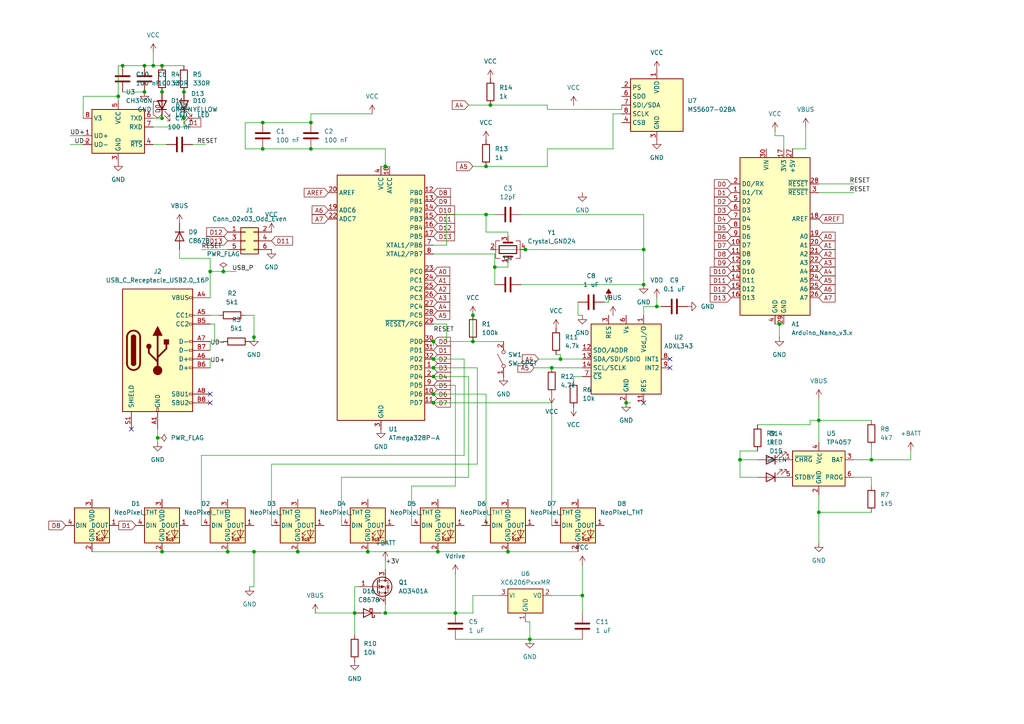
<source format=kicad_sch>
(kicad_sch (version 20231120) (generator "eeschema") (generator_version "8.0")
  (paper "A4")
  (junction (at 142.24 30.48))
  (junction (at 76.2 35.56))
  (junction (at 111.76 48.26))
  (junction (at 41.91 26.67))
  (junction (at 111.76 177.8))
  (junction (at 90.17 35.56))
  (junction (at 162.56 104.14))
  (junction (at 90.17 43.18))
  (junction (at 226.06 93.98))
  (junction (at 46.99 160.02))
  (junction (at 214.63 133.35))
  (junction (at 125.73 114.3))
  (junction (at 53.34 26.67))
  (junction (at 45.72 127))
  (junction (at 35.56 19.05))
  (junction (at 143.51 77.47))
  (junction (at 181.61 116.84))
  (junction (at 34.29 27.94))
  (junction (at 153.67 185.42))
  (junction (at 190.5 88.9))
  (junction (at 66.04 160.02))
  (junction (at 160.02 106.68))
  (junction (at 44.45 19.05))
  (junction (at 86.36 160.02))
  (junction (at 140.97 48.26))
  (junction (at 125.73 109.22))
  (junction (at 46.99 26.67))
  (junction (at 186.69 72.39))
  (junction (at 137.16 99.06))
  (junction (at 147.32 160.02))
  (junction (at 237.49 148.59))
  (junction (at 125.73 116.84))
  (junction (at 76.2 43.18))
  (junction (at 102.87 177.8))
  (junction (at 140.97 62.23))
  (junction (at 237.49 121.92))
  (junction (at 152.4 72.39))
  (junction (at 41.91 19.05))
  (junction (at 186.69 82.55))
  (junction (at 125.73 99.06))
  (junction (at 137.16 91.44))
  (junction (at 46.99 19.05))
  (junction (at 60.96 78.74))
  (junction (at 125.73 106.68))
  (junction (at 46.99 34.29))
  (junction (at 53.34 34.29))
  (junction (at 252.73 133.35))
  (junction (at 168.91 172.72))
  (junction (at 127 160.02))
  (junction (at 106.68 160.02))
  (junction (at 125.73 104.14))
  (junction (at 73.66 160.02))
  (junction (at 64.77 78.74))
  (junction (at 73.66 97.79))
  (junction (at 132.08 177.8))
  (no_connect (at 186.69 116.84))
  (no_connect (at 60.96 114.3))
  (no_connect (at 194.31 104.14))
  (no_connect (at 194.31 106.68))
  (no_connect (at 60.96 116.84))
  (no_connect (at 38.1 124.46))
  (wire (pts (xy 111.76 43.18) (xy 111.76 48.26)))
  (wire (pts (xy 125.73 104.14) (xy 134.62 104.14)))
  (wire (pts (xy 52.07 72.39) (xy 52.07 74.93)))
  (wire (pts (xy 151.13 62.23) (xy 186.69 62.23)))
  (wire (pts (xy 135.89 109.22) (xy 135.89 138.43)))
  (wire (pts (xy 52.07 74.93) (xy 60.96 74.93)))
  (wire (pts (xy 102.87 177.8) (xy 102.87 170.18)))
  (wire (pts (xy 90.17 33.02) (xy 107.95 33.02)))
  (wire (pts (xy 142.24 30.48) (xy 158.75 30.48)))
  (wire (pts (xy 252.73 133.35) (xy 264.16 133.35)))
  (wire (pts (xy 53.34 34.29) (xy 53.34 36.83)))
  (wire (pts (xy 102.87 184.15) (xy 102.87 177.8)))
  (wire (pts (xy 44.45 19.05) (xy 46.99 19.05)))
  (wire (pts (xy 226.06 93.98) (xy 227.33 93.98)))
  (wire (pts (xy 219.71 123.19) (xy 234.95 123.19)))
  (wire (pts (xy 125.73 100.33) (xy 125.73 99.06)))
  (wire (pts (xy 35.56 19.05) (xy 34.29 19.05)))
  (wire (pts (xy 123.19 109.22) (xy 125.73 109.22)))
  (wire (pts (xy 60.96 91.44) (xy 63.5 91.44)))
  (wire (pts (xy 160.02 172.72) (xy 168.91 172.72)))
  (wire (pts (xy 123.19 104.14) (xy 125.73 104.14)))
  (wire (pts (xy 134.62 132.08) (xy 134.62 104.14)))
  (wire (pts (xy 237.49 55.88) (xy 247.65 55.88)))
  (wire (pts (xy 186.69 88.9) (xy 186.69 91.44)))
  (wire (pts (xy 46.99 160.02) (xy 66.04 160.02)))
  (wire (pts (xy 125.73 73.66) (xy 143.51 73.66)))
  (wire (pts (xy 58.42 72.39) (xy 66.04 72.39)))
  (wire (pts (xy 123.19 88.9) (xy 125.73 88.9)))
  (wire (pts (xy 181.61 118.11) (xy 181.61 116.84)))
  (wire (pts (xy 137.16 91.44) (xy 137.16 99.06)))
  (wire (pts (xy 186.69 82.55) (xy 186.69 72.39)))
  (wire (pts (xy 214.63 133.35) (xy 214.63 138.43)))
  (wire (pts (xy 137.16 177.8) (xy 137.16 172.72)))
  (wire (pts (xy 140.97 67.31) (xy 147.32 67.31)))
  (wire (pts (xy 237.49 121.92) (xy 237.49 128.27)))
  (wire (pts (xy 214.63 133.35) (xy 219.71 133.35)))
  (wire (pts (xy 76.2 35.56) (xy 90.17 35.56)))
  (wire (pts (xy 167.64 91.44) (xy 168.91 91.44)))
  (wire (pts (xy 190.5 88.9) (xy 191.77 88.9)))
  (wire (pts (xy 55.88 41.91) (xy 59.69 41.91)))
  (wire (pts (xy 162.56 102.87) (xy 162.56 104.14)))
  (wire (pts (xy 190.5 88.9) (xy 186.69 88.9)))
  (wire (pts (xy 147.32 67.31) (xy 147.32 68.58)))
  (wire (pts (xy 140.97 48.26) (xy 158.75 48.26)))
  (wire (pts (xy 111.76 48.26) (xy 110.49 48.26)))
  (wire (pts (xy 229.87 43.18) (xy 233.68 43.18)))
  (wire (pts (xy 60.96 86.36) (xy 60.96 78.74)))
  (wire (pts (xy 154.94 106.68) (xy 160.02 106.68)))
  (wire (pts (xy 90.17 43.18) (xy 111.76 43.18)))
  (wire (pts (xy 71.12 43.18) (xy 76.2 43.18)))
  (wire (pts (xy 110.49 177.8) (xy 111.76 177.8)))
  (wire (pts (xy 86.36 160.02) (xy 106.68 160.02)))
  (wire (pts (xy 132.08 111.76) (xy 132.08 140.97)))
  (wire (pts (xy 153.67 185.42) (xy 153.67 180.34)))
  (wire (pts (xy 237.49 143.51) (xy 237.49 148.59)))
  (wire (pts (xy 137.16 99.06) (xy 146.05 99.06)))
  (wire (pts (xy 158.75 31.75) (xy 180.34 31.75)))
  (wire (pts (xy 111.76 48.26) (xy 113.03 48.26)))
  (wire (pts (xy 44.45 41.91) (xy 48.26 41.91)))
  (wire (pts (xy 73.66 160.02) (xy 86.36 160.02)))
  (wire (pts (xy 66.04 160.02) (xy 73.66 160.02)))
  (wire (pts (xy 62.23 99.06) (xy 62.23 93.98)))
  (wire (pts (xy 72.39 99.06) (xy 73.66 99.06)))
  (wire (pts (xy 214.63 138.43) (xy 219.71 138.43)))
  (wire (pts (xy 64.77 78.74) (xy 68.58 78.74)))
  (wire (pts (xy 140.97 62.23) (xy 129.54 62.23)))
  (wire (pts (xy 186.69 62.23) (xy 186.69 72.39)))
  (wire (pts (xy 46.99 19.05) (xy 53.34 19.05)))
  (wire (pts (xy 153.67 185.42) (xy 168.91 185.42)))
  (wire (pts (xy 227.33 43.18) (xy 227.33 39.37)))
  (wire (pts (xy 20.32 39.37) (xy 24.13 39.37)))
  (wire (pts (xy 234.95 123.19) (xy 234.95 121.92)))
  (wire (pts (xy 142.24 72.39) (xy 152.4 72.39)))
  (wire (pts (xy 44.45 15.24) (xy 44.45 19.05)))
  (wire (pts (xy 167.64 87.63) (xy 167.64 91.44)))
  (wire (pts (xy 138.43 134.62) (xy 78.74 134.62)))
  (wire (pts (xy 180.34 31.75) (xy 180.34 30.48)))
  (wire (pts (xy 73.66 99.06) (xy 73.66 97.79)))
  (wire (pts (xy 168.91 172.72) (xy 168.91 177.8)))
  (wire (pts (xy 90.17 33.02) (xy 90.17 35.56)))
  (wire (pts (xy 62.23 93.98) (xy 60.96 93.98)))
  (wire (pts (xy 140.97 152.4) (xy 139.7 152.4)))
  (wire (pts (xy 73.66 170.18) (xy 72.39 170.18)))
  (wire (pts (xy 181.61 116.84) (xy 182.88 116.84)))
  (wire (pts (xy 53.34 36.83) (xy 44.45 36.83)))
  (wire (pts (xy 140.97 62.23) (xy 140.97 67.31)))
  (wire (pts (xy 60.96 99.06) (xy 60.96 101.6)))
  (wire (pts (xy 106.68 160.02) (xy 127 160.02)))
  (wire (pts (xy 73.66 91.44) (xy 73.66 97.79)))
  (wire (pts (xy 76.2 43.18) (xy 90.17 43.18)))
  (wire (pts (xy 147.32 160.02) (xy 167.64 160.02)))
  (wire (pts (xy 123.19 106.68) (xy 125.73 106.68)))
  (wire (pts (xy 151.13 82.55) (xy 186.69 82.55)))
  (wire (pts (xy 45.72 127) (xy 45.72 128.27)))
  (wire (pts (xy 78.74 134.62) (xy 78.74 152.4)))
  (wire (pts (xy 99.06 138.43) (xy 99.06 152.4)))
  (wire (pts (xy 237.49 115.57) (xy 237.49 121.92)))
  (wire (pts (xy 44.45 19.05) (xy 41.91 19.05)))
  (wire (pts (xy 224.79 38.1) (xy 224.79 39.37)))
  (wire (pts (xy 214.63 130.81) (xy 214.63 133.35)))
  (wire (pts (xy 176.53 86.36) (xy 176.53 87.63)))
  (wire (pts (xy 58.42 152.4) (xy 58.42 132.08)))
  (wire (pts (xy 138.43 106.68) (xy 138.43 134.62)))
  (wire (pts (xy 62.23 99.06) (xy 64.77 99.06)))
  (wire (pts (xy 125.73 106.68) (xy 138.43 106.68)))
  (wire (pts (xy 158.75 43.18) (xy 177.8 43.18)))
  (wire (pts (xy 161.29 102.87) (xy 162.56 102.87)))
  (wire (pts (xy 73.66 160.02) (xy 73.66 170.18)))
  (wire (pts (xy 24.13 27.94) (xy 34.29 27.94)))
  (wire (pts (xy 123.19 116.84) (xy 125.73 116.84)))
  (wire (pts (xy 111.76 177.8) (xy 111.76 175.26)))
  (wire (pts (xy 111.76 162.56) (xy 111.76 165.1)))
  (wire (pts (xy 123.19 101.6) (xy 125.73 101.6)))
  (wire (pts (xy 234.95 121.92) (xy 237.49 121.92)))
  (wire (pts (xy 168.91 163.83) (xy 168.91 172.72)))
  (wire (pts (xy 143.51 77.47) (xy 143.51 82.55)))
  (wire (pts (xy 91.44 177.8) (xy 102.87 177.8)))
  (wire (pts (xy 34.29 27.94) (xy 34.29 29.21)))
  (wire (pts (xy 24.13 34.29) (xy 24.13 27.94)))
  (wire (pts (xy 58.42 132.08) (xy 134.62 132.08)))
  (wire (pts (xy 166.37 110.49) (xy 166.37 109.22)))
  (wire (pts (xy 121.92 99.06) (xy 125.73 99.06)))
  (wire (pts (xy 123.19 114.3) (xy 125.73 114.3)))
  (wire (pts (xy 264.16 130.81) (xy 264.16 133.35)))
  (wire (pts (xy 143.51 73.66) (xy 143.51 77.47)))
  (wire (pts (xy 176.53 87.63) (xy 175.26 87.63)))
  (wire (pts (xy 35.56 26.67) (xy 41.91 26.67)))
  (wire (pts (xy 129.54 62.23) (xy 129.54 71.12)))
  (wire (pts (xy 137.16 48.26) (xy 140.97 48.26)))
  (wire (pts (xy 44.45 34.29) (xy 46.99 34.29)))
  (wire (pts (xy 162.56 104.14) (xy 168.91 104.14)))
  (wire (pts (xy 125.73 114.3) (xy 140.97 114.3)))
  (wire (pts (xy 102.87 170.18) (xy 104.14 170.18)))
  (wire (pts (xy 226.06 93.98) (xy 226.06 97.79)))
  (wire (pts (xy 237.49 53.34) (xy 247.65 53.34)))
  (wire (pts (xy 132.08 177.8) (xy 137.16 177.8)))
  (wire (pts (xy 158.75 48.26) (xy 158.75 43.18)))
  (wire (pts (xy 160.02 116.84) (xy 160.02 152.4)))
  (wire (pts (xy 60.96 78.74) (xy 64.77 78.74)))
  (wire (pts (xy 156.21 104.14) (xy 162.56 104.14)))
  (wire (pts (xy 60.96 78.74) (xy 60.96 74.93)))
  (wire (pts (xy 247.65 138.43) (xy 252.73 138.43)))
  (wire (pts (xy 166.37 109.22) (xy 168.91 109.22)))
  (wire (pts (xy 140.97 114.3) (xy 140.97 152.4)))
  (wire (pts (xy 20.32 41.91) (xy 24.13 41.91)))
  (wire (pts (xy 129.54 93.98) (xy 125.73 93.98)))
  (wire (pts (xy 26.67 160.02) (xy 46.99 160.02)))
  (wire (pts (xy 71.12 35.56) (xy 71.12 43.18)))
  (wire (pts (xy 177.8 43.18) (xy 177.8 33.02)))
  (wire (pts (xy 237.49 148.59) (xy 237.49 157.48)))
  (wire (pts (xy 111.76 177.8) (xy 132.08 177.8)))
  (wire (pts (xy 45.72 124.46) (xy 45.72 127)))
  (wire (pts (xy 129.54 99.06) (xy 129.54 93.98)))
  (wire (pts (xy 41.91 19.05) (xy 35.56 19.05)))
  (wire (pts (xy 247.65 133.35) (xy 252.73 133.35)))
  (wire (pts (xy 252.73 138.43) (xy 252.73 140.97)))
  (wire (pts (xy 233.68 43.18) (xy 233.68 36.83)))
  (wire (pts (xy 158.75 30.48) (xy 158.75 31.75)))
  (wire (pts (xy 125.73 116.84) (xy 160.02 116.84)))
  (wire (pts (xy 119.38 140.97) (xy 119.38 152.4)))
  (wire (pts (xy 160.02 106.68) (xy 168.91 106.68)))
  (wire (pts (xy 60.96 104.14) (xy 60.96 106.68)))
  (wire (pts (xy 135.89 30.48) (xy 142.24 30.48)))
  (wire (pts (xy 224.79 93.98) (xy 226.06 93.98)))
  (wire (pts (xy 219.71 130.81) (xy 214.63 130.81)))
  (wire (pts (xy 190.5 86.36) (xy 190.5 88.9)))
  (wire (pts (xy 129.54 71.12) (xy 125.73 71.12)))
  (wire (pts (xy 137.16 172.72) (xy 144.78 172.72)))
  (wire (pts (xy 71.12 35.56) (xy 76.2 35.56)))
  (wire (pts (xy 125.73 111.76) (xy 132.08 111.76)))
  (wire (pts (xy 132.08 185.42) (xy 153.67 185.42)))
  (wire (pts (xy 143.51 62.23) (xy 140.97 62.23)))
  (wire (pts (xy 125.73 109.22) (xy 135.89 109.22)))
  (wire (pts (xy 143.51 77.47) (xy 147.32 77.47)))
  (wire (pts (xy 152.4 72.39) (xy 186.69 72.39)))
  (wire (pts (xy 34.29 19.05) (xy 34.29 27.94)))
  (wire (pts (xy 127 160.02) (xy 147.32 160.02)))
  (wire (pts (xy 177.8 33.02) (xy 180.34 33.02)))
  (wire (pts (xy 153.67 180.34) (xy 152.4 180.34)))
  (wire (pts (xy 132.08 140.97) (xy 119.38 140.97)))
  (wire (pts (xy 252.73 121.92) (xy 237.49 121.92)))
  (wire (pts (xy 147.32 76.2) (xy 147.32 77.47)))
  (wire (pts (xy 137.16 99.06) (xy 129.54 99.06)))
  (wire (pts (xy 252.73 129.54) (xy 252.73 133.35)))
  (wire (pts (xy 135.89 138.43) (xy 99.06 138.43)))
  (wire (pts (xy 71.12 91.44) (xy 73.66 91.44)))
  (wire (pts (xy 237.49 148.59) (xy 252.73 148.59)))
  (wire (pts (xy 132.08 177.8) (xy 132.08 166.37)))
  (wire (pts (xy 227.33 39.37) (xy 224.79 39.37)))
  (label "RESET" (at 246.38 53.34 0))
  (label "USB_P" (at 67.31 78.74 0))
  (label "RESET" (at 57.15 41.91 0))
  (label "UD-" (at 21.59 41.91 0))
  (label "+3V" (at 111.76 163.83 0))
  (label "UD+" (at 60.96 105.41 0))
  (label "UD-" (at 60.96 100.33 0))
  (label "RESET" (at 246.38 55.88 0))
  (label "RESET" (at 125.73 96.52 0))
  (label "RESET" (at 58.42 72.39 0))
  (label "UD+" (at 20.32 39.37 0))
  (global_label "D1" (shape input) (at 212.09 55.88 180) (property "Intersheetrefs" "${INTERSHEET_REFS}" (effects (hide yes))))
  (global_label "A1" (shape input) (at 237.49 71.12 0) (property "Intersheetrefs" "${INTERSHEET_REFS}" (effects (hide yes))))
  (global_label "A3" (shape input) (at 237.49 76.2 0) (property "Intersheetrefs" "${INTERSHEET_REFS}" (effects (hide yes))))
  (global_label "D9" (shape input) (at 212.09 76.2 180) (property "Intersheetrefs" "${INTERSHEET_REFS}" (effects (hide yes))))
  (global_label "A6" (shape input) (at 95.25 60.96 180) (property "Intersheetrefs" "${INTERSHEET_REFS}" (effects (hide yes))))
  (global_label "D7" (shape input) (at 212.09 71.12 180) (property "Intersheetrefs" "${INTERSHEET_REFS}" (effects (hide yes))))
  (global_label "A7" (shape input) (at 237.49 86.36 0) (property "Intersheetrefs" "${INTERSHEET_REFS}" (effects (hide yes))))
  (global_label "D3" (shape input) (at 212.09 60.96 180) (property "Intersheetrefs" "${INTERSHEET_REFS}" (effects (hide yes))))
  (global_label "D12" (shape input) (at 66.04 67.31 180) (property "Intersheetrefs" "${INTERSHEET_REFS}" (effects (hide yes))))
  (global_label "D12" (shape input) (at 125.73 66.04 0) (property "Intersheetrefs" "${INTERSHEET_REFS}" (effects (hide yes))))
  (global_label "D9" (shape input) (at 125.73 58.42 0) (property "Intersheetrefs" "${INTERSHEET_REFS}" (effects (hide yes))))
  (global_label "A5" (shape input) (at 237.49 81.28 0) (property "Intersheetrefs" "${INTERSHEET_REFS}" (effects (hide yes))))
  (global_label "D8" (shape input) (at 212.09 73.66 180) (property "Intersheetrefs" "${INTERSHEET_REFS}" (effects (hide yes))))
  (global_label "D13" (shape input) (at 125.73 68.58 0) (property "Intersheetrefs" "${INTERSHEET_REFS}" (effects (hide yes))))
  (global_label "D2" (shape input) (at 212.09 58.42 180) (property "Intersheetrefs" "${INTERSHEET_REFS}" (effects (hide yes))))
  (global_label "D5" (shape input) (at 212.09 66.04 180) (property "Intersheetrefs" "${INTERSHEET_REFS}" (effects (hide yes))))
  (global_label "A5" (shape input) (at 154.94 106.68 180) (property "Intersheetrefs" "${INTERSHEET_REFS}" (effects (hide yes))))
  (global_label "D10" (shape input) (at 125.73 60.96 0) (property "Intersheetrefs" "${INTERSHEET_REFS}" (effects (hide yes))))
  (global_label "D12" (shape input) (at 212.09 83.82 180) (property "Intersheetrefs" "${INTERSHEET_REFS}" (effects (hide yes))))
  (global_label "D6" (shape input) (at 212.09 68.58 180) (property "Intersheetrefs" "${INTERSHEET_REFS}" (effects (hide yes))))
  (global_label "A5" (shape input) (at 125.73 91.44 0) (property "Intersheetrefs" "${INTERSHEET_REFS}" (effects (hide yes))))
  (global_label "A4" (shape input) (at 237.49 78.74 0) (property "Intersheetrefs" "${INTERSHEET_REFS}" (effects (hide yes))))
  (global_label "D10" (shape input) (at 212.09 78.74 180) (property "Intersheetrefs" "${INTERSHEET_REFS}" (effects (hide yes))))
  (global_label "AREF" (shape input) (at 237.49 63.5 0) (property "Intersheetrefs" "${INTERSHEET_REFS}" (effects (hide yes))))
  (global_label "D1" (shape input) (at 39.37 152.4 180) (property "Intersheetrefs" "${INTERSHEET_REFS}" (effects (hide yes))))
  (global_label "D11" (shape input) (at 125.73 63.5 0) (property "Intersheetrefs" "${INTERSHEET_REFS}" (effects (hide yes))))
  (global_label "A0" (shape input) (at 237.49 68.58 0) (property "Intersheetrefs" "${INTERSHEET_REFS}" (effects (hide yes))))
  (global_label "D5" (shape input) (at 125.73 111.76 0) (property "Intersheetrefs" "${INTERSHEET_REFS}" (effects (hide yes))))
  (global_label "D7" (shape input) (at 125.73 116.84 0) (property "Intersheetrefs" "${INTERSHEET_REFS}" (effects (hide yes))))
  (global_label "D0" (shape input) (at 212.09 53.34 180) (property "Intersheetrefs" "${INTERSHEET_REFS}" (effects (hide yes))))
  (global_label "D8" (shape input) (at 125.73 55.88 0) (property "Intersheetrefs" "${INTERSHEET_REFS}" (effects (hide yes))))
  (global_label "A4" (shape input) (at 156.21 104.14 180) (property "Intersheetrefs" "${INTERSHEET_REFS}" (effects (hide yes))))
  (global_label "A2" (shape input) (at 237.49 73.66 0) (property "Intersheetrefs" "${INTERSHEET_REFS}" (effects (hide yes))))
  (global_label "D11" (shape input) (at 212.09 81.28 180) (property "Intersheetrefs" "${INTERSHEET_REFS}" (effects (hide yes))))
  (global_label "A1" (shape input) (at 125.73 81.28 0) (property "Intersheetrefs" "${INTERSHEET_REFS}" (effects (hide yes))))
  (global_label "A6" (shape input) (at 237.49 83.82 0) (property "Intersheetrefs" "${INTERSHEET_REFS}" (effects (hide yes))))
  (global_label "A3" (shape input) (at 125.73 86.36 0) (property "Intersheetrefs" "${INTERSHEET_REFS}" (effects (hide yes))))
  (global_label "D4" (shape input) (at 212.09 63.5 180) (property "Intersheetrefs" "${INTERSHEET_REFS}" (effects (hide yes))))
  (global_label "D0" (shape input) (at 45.72 34.29 90) (property "Intersheetrefs" "${INTERSHEET_REFS}" (effects (hide yes))))
  (global_label "D1" (shape input) (at 125.73 101.6 0) (property "Intersheetrefs" "${INTERSHEET_REFS}" (effects (hide yes))))
  (global_label "D8" (shape input) (at 19.05 152.4 180) (property "Intersheetrefs" "${INTERSHEET_REFS}" (effects (hide yes))))
  (global_label "AREF" (shape input) (at 95.25 55.88 180) (property "Intersheetrefs" "${INTERSHEET_REFS}" (effects (hide yes))))
  (global_label "D4" (shape input) (at 125.73 109.22 0) (property "Intersheetrefs" "${INTERSHEET_REFS}" (effects (hide yes))))
  (global_label "A0" (shape input) (at 125.73 78.74 0) (property "Intersheetrefs" "${INTERSHEET_REFS}" (effects (hide yes))))
  (global_label "D1" (shape input) (at 53.34 35.56 0) (property "Intersheetrefs" "${INTERSHEET_REFS}" (effects (hide yes))))
  (global_label "D13" (shape input) (at 66.04 69.85 180) (property "Intersheetrefs" "${INTERSHEET_REFS}" (effects (hide yes))))
  (global_label "D11" (shape input) (at 78.74 69.85 0) (property "Intersheetrefs" "${INTERSHEET_REFS}" (effects (hide yes))))
  (global_label "D6" (shape input) (at 125.73 114.3 0) (property "Intersheetrefs" "${INTERSHEET_REFS}" (effects (hide yes))))
  (global_label "A7" (shape input) (at 95.25 63.5 180) (property "Intersheetrefs" "${INTERSHEET_REFS}" (effects (hide yes))))
  (global_label "A4" (shape input) (at 135.89 30.48 180) (property "Intersheetrefs" "${INTERSHEET_REFS}" (effects (hide yes))))
  (global_label "A2" (shape input) (at 125.73 83.82 0) (property "Intersheetrefs" "${INTERSHEET_REFS}" (effects (hide yes))))
  (global_label "D0" (shape input) (at 125.73 99.06 0) (property "Intersheetrefs" "${INTERSHEET_REFS}" (effects (hide yes))))
  (global_label "D3" (shape input) (at 125.73 106.68 0) (property "Intersheetrefs" "${INTERSHEET_REFS}" (effects (hide yes))))
  (global_label "A4" (shape input) (at 125.73 88.9 0) (property "Intersheetrefs" "${INTERSHEET_REFS}" (effects (hide yes))))
  (global_label "D2" (shape input) (at 125.73 104.14 0) (property "Intersheetrefs" "${INTERSHEET_REFS}" (effects (hide yes))))
  (global_label "A5" (shape input) (at 137.16 48.26 180) (property "Intersheetrefs" "${INTERSHEET_REFS}" (effects (hide yes))))
  (global_label "D13" (shape input) (at 212.09 86.36 180) (property "Intersheetrefs" "${INTERSHEET_REFS}" (effects (hide yes))))
  (symbol (lib_id "power:VCC") (at 78.74 67.31 0) (unit 1)
    (property "Reference" "#PWR06" (effects (hide yes)))
    (property "Value" "VCC" (at 78.74 62.23 0))
    (property "Description" "Power symbol creates a global label with name \"VCC\"" (effects (hide yes)))
  )
  (symbol (lib_id "LED:NeoPixel_THT") (at 86.36 152.4 0) (unit 1)
    (property "Reference" "D4" (at 99.06 146.0814 0))
    (property "Value" "NeoPixel_THT" (at 99.06 148.6214 0))
    (property "Footprint" "LED_SMD:LED_WS2812_PLCC6_5.0x5.0mm_P1.6mm" (effects (hide yes)))
    (property "Datasheet" "https://www.adafruit.com/product/1938" (effects (hide yes)))
    (property "Description" "RGB LED with integrated controller, 5mm/8mm LED package" (effects (hide yes)))
    (property "LCSC" "C5378720" (effects (hide yes)))
  )
  (symbol (lib_id "power:VBUS") (at 177.8 91.44 0) (unit 1)
    (property "Reference" "#PWR028" (effects (hide yes)))
    (property "Value" "VBUS" (at 177.8 86.36 0))
    (property "Description" "Power symbol creates a global label with name \"VBUS\"" (effects (hide yes)))
  )
  (symbol (lib_id "power:GND") (at 41.91 26.67 0) (unit 1)
    (property "Reference" "#PWR017" (effects (hide yes)))
    (property "Value" "GND" (at 41.91 31.75 0))
    (property "Description" "Power symbol creates a global label with name \"GND\" , ground" (effects (hide yes)))
  )
  (symbol (lib_id "Device:D") (at 53.34 30.48 90) (unit 1)
    (property "Reference" "D10" (at 55.88 29.2099 90) (effects (justify right)))
    (property "Value" "YELLOW" (at 55.88 31.7499 90) (effects (justify right)))
    (property "Footprint" "Diode_SMD:D_SMC_Handsoldering" (effects (hide yes)))
    (property "Description" "Diode" (effects (hide yes)))
    (property "Sim.Device" "D" (effects (hide yes)))
    (property "Sim.Pins" "1=K 2=A" (effects (hide yes)))
    (property "LCSC" "C2296" (effects (hide yes)))
  )
  (symbol (lib_id "Device:R") (at 140.97 44.45 0) (unit 1)
    (property "Reference" "R13" (at 143.51 43.1799 0) (effects (justify left)))
    (property "Value" "1k" (at 143.51 45.7199 0) (effects (justify left)))
    (property "Footprint" "Resistor_SMD:R_0805_2012Metric_Pad1.20x1.40mm_HandSolder" (effects (hide yes)))
    (property "Description" "Resistor" (effects (hide yes)))
    (property "LCSC" "C17513" (effects (hide yes)))
  )
  (symbol (lib_id "power:VCC") (at 107.95 33.02 0) (unit 1)
    (property "Reference" "#PWR01" (effects (hide yes)))
    (property "Value" "VCC" (at 107.95 27.94 0))
    (property "Description" "Power symbol creates a global label with name \"VCC\"" (effects (hide yes)))
  )
  (symbol (lib_id "power:VCC") (at 161.29 95.25 0) (unit 1)
    (property "Reference" "#PWR036" (effects (hide yes)))
    (property "Value" "VCC" (at 161.29 90.17 0))
    (property "Description" "Power symbol creates a global label with name \"VCC\"" (effects (hide yes)))
  )
  (symbol (lib_id "power:GND") (at 237.49 157.48 0) (unit 1)
    (property "Reference" "#PWR014" (effects (hide yes)))
    (property "Value" "GND" (at 237.49 162.56 0))
    (property "Description" "Power symbol creates a global label with name \"GND\" , ground" (effects (hide yes)))
  )
  (symbol (lib_id "Device:R") (at 166.37 114.3 0) (unit 1)
    (property "Reference" "R6" (at 168.91 113.0299 0) (effects (justify left)))
    (property "Value" "10k" (at 168.91 115.5699 0) (effects (justify left)))
    (property "Footprint" "Resistor_SMD:R_0805_2012Metric_Pad1.20x1.40mm_HandSolder" (effects (hide yes)))
    (property "Description" "Resistor" (effects (hide yes)))
    (property "LCSC" "C17414" (effects (hide yes)))
  )
  (symbol (lib_id "Device:R") (at 252.73 125.73 0) (unit 1)
    (property "Reference" "R8" (at 255.27 124.4599 0) (effects (justify left)))
    (property "Value" "4k7" (at 255.27 126.9999 0) (effects (justify left)))
    (property "Footprint" "Resistor_SMD:R_0805_2012Metric_Pad1.20x1.40mm_HandSolder" (effects (hide yes)))
    (property "Description" "Resistor" (effects (hide yes)))
    (property "LCSC" "C2889530" (effects (hide yes)))
  )
  (symbol (lib_id "power:GND") (at 186.69 82.55 0) (unit 1)
    (property "Reference" "#PWR03" (effects (hide yes)))
    (property "Value" "GND" (at 186.69 87.63 0))
    (property "Description" "Power symbol creates a global label with name \"GND\" , ground" (effects (hide yes)))
  )
  (symbol (lib_id "Device:C") (at 195.58 88.9 90) (unit 1)
    (property "Reference" "C9" (at 195.58 81.28 90))
    (property "Value" "0.1 uF" (at 195.58 83.82 90))
    (property "Footprint" "Capacitor_SMD:C_0805_2012Metric_Pad1.18x1.45mm_HandSolder" (effects (hide yes)))
    (property "Description" "Unpolarized capacitor" (effects (hide yes)))
    (property "LCSC" "C49678" (effects (hide yes)))
  )
  (symbol (lib_id "power:VBUS") (at 233.68 36.83 0) (unit 1)
    (property "Reference" "#PWR026" (effects (hide yes)))
    (property "Value" "VBUS" (at 233.68 31.75 0))
    (property "Description" "Power symbol creates a global label with name \"VBUS\"" (effects (hide yes)))
  )
  (symbol (lib_id "Regulator_Linear:XC6206PxxxMR") (at 152.4 172.72 0) (unit 1)
    (property "Reference" "U6" (at 152.4 166.37 0))
    (property "Value" "XC6206PxxxMR" (at 152.4 168.91 0))
    (property "Footprint" "Package_TO_SOT_SMD:SOT-23-3" (effects (hide yes)))
    (property "Datasheet" "https://www.torexsemi.com/file/xc6206/XC6206.pdf" (effects (hide yes)))
    (property "Description" "Positive 60-250mA Low Dropout Regulator, Fixed Output, SOT-23" (effects (hide yes)))
    (property "LCSC" "C2891841" (effects (hide yes)))
  )
  (symbol (lib_id "Device:C") (at 76.2 39.37 0) (unit 1)
    (property "Reference" "C1" (at 80.01 38.0999 0) (effects (justify left)))
    (property "Value" "100 nF" (at 80.01 40.6399 0) (effects (justify left)))
    (property "Footprint" "Capacitor_SMD:C_0805_2012Metric_Pad1.18x1.45mm_HandSolder" (effects (hide yes)))
    (property "Description" "Unpolarized capacitor" (effects (hide yes)))
    (property "LCSC" "C49678" (effects (hide yes)))
  )
  (symbol (lib_id "Sensor_Pressure:MS5607-02BA") (at 190.5 30.48 0) (unit 1)
    (property "Reference" "U7" (at 199.39 29.2099 0) (effects (justify left)))
    (property "Value" "MS5607-02BA" (at 199.39 31.7499 0) (effects (justify left)))
    (property "Footprint" "Package_LGA:LGA-8_3x5mm_P1.25mm" (effects (hide yes)))
    (property "Datasheet" "https://www.te.com/commerce/DocumentDelivery/DDEController?Action=showdoc&DocId=Data+Sheet%7FMS5607-02BA03%7FB2%7Fpdf%7FEnglish%7FENG_DS_MS5607-02BA03_B2.pdf%7FCAT-BLPS0035" (effects (hide yes)))
    (property "Description" "Barometric pressure sensor, 20cm resolution, 10 to 1200 mbar, I2C and SPI interface up to 20MHz, LGA-8" (effects (hide yes)))
    (property "LCSC" "C97627" (effects (hide yes)))
  )
  (symbol (lib_id "power:GND") (at 226.06 97.79 0) (unit 1)
    (property "Reference" "#PWR024" (effects (hide yes)))
    (property "Value" "GND" (at 226.06 102.87 0))
    (property "Description" "Power symbol creates a global label with name \"GND\" , ground" (effects (hide yes)))
  )
  (symbol (lib_id "power:GND") (at 110.49 124.46 0) (unit 1)
    (property "Reference" "#PWR02" (effects (hide yes)))
    (property "Value" "GND" (at 110.49 129.54 0))
    (property "Description" "Power symbol creates a global label with name \"GND\" , ground" (effects (hide yes)))
  )
  (symbol (lib_id "LED:NeoPixel_THT") (at 46.99 152.4 0) (unit 1)
    (property "Reference" "D2" (at 59.69 146.0814 0))
    (property "Value" "NeoPixel_THT" (at 59.69 148.6214 0))
    (property "Footprint" "LED_SMD:LED_WS2812_PLCC6_5.0x5.0mm_P1.6mm" (effects (hide yes)))
    (property "Datasheet" "https://www.adafruit.com/product/1938" (effects (hide yes)))
    (property "Description" "RGB LED with integrated controller, 5mm/8mm LED package" (effects (hide yes)))
    (property "LCSC" "C5378720" (effects (hide yes)))
  )
  (symbol (lib_id "power:GND") (at 146.05 109.22 0) (unit 1)
    (property "Reference" "#PWR05" (effects (hide yes)))
    (property "Value" "GND" (at 146.05 114.3 0))
    (property "Description" "Power symbol creates a global label with name \"GND\" , ground" (effects (hide yes)))
  )
  (symbol (lib_id "power:GND") (at 168.91 91.44 0) (unit 1)
    (property "Reference" "#PWR018" (effects (hide yes)))
    (property "Value" "GND" (at 168.91 96.52 0))
    (property "Description" "Power symbol creates a global label with name \"GND\" , ground" (effects (hide yes)))
  )
  (symbol (lib_id "power:GND") (at 153.67 185.42 0) (unit 1)
    (property "Reference" "#PWR035" (effects (hide yes)))
    (property "Value" "GND" (at 153.67 190.5 0))
    (property "Description" "Power symbol creates a global label with name \"GND\" , ground" (effects (hide yes)))
  )
  (symbol (lib_id "Device:D_Schottky") (at 106.68 177.8 180) (unit 1)
    (property "Reference" "D16" (at 106.9975 171.45 0))
    (property "Value" "C8678" (at 106.9975 173.99 0))
    (property "Footprint" "Diode_SMD:D_SMA" (effects (hide yes)))
    (property "Description" "Schottky diode" (effects (hide yes)))
    (property "LCSC" "C8678" (effects (hide yes)))
  )
  (symbol (lib_id "Device:LED") (at 223.52 138.43 180) (unit 1)
    (property "Reference" "D15" (at 225.1075 130.81 0))
    (property "Value" "GREEN" (at 225.1075 133.35 0))
    (property "Footprint" "Diode_SMD:D_1206_3216Metric_Pad1.42x1.75mm_HandSolder" (effects (hide yes)))
    (property "Description" "Light emitting diode" (effects (hide yes)))
    (property "LCSC" "C2297" (effects (hide yes)))
  )
  (symbol (lib_id "power:PWR_FLAG") (at 64.77 78.74 0) (unit 1)
    (property "Reference" "#FLG02" (effects (hide yes)))
    (property "Value" "PWR_FLAG" (at 64.77 73.66 0))
    (property "Description" "Special symbol for telling ERC where power comes from" (effects (hide yes)))
  )
  (symbol (lib_id "MCU_Microchip_ATmega:ATmega328P-A") (at 110.49 86.36 0) (unit 1)
    (property "Reference" "U1" (at 112.6841 124.46 0) (effects (justify left)))
    (property "Value" "ATmega328P-A" (at 112.6841 127 0) (effects (justify left)))
    (property "Footprint" "Package_QFP:TQFP-32_7x7mm_P0.8mm" (effects (hide yes)))
    (property "Datasheet" "http://ww1.microchip.com/downloads/en/DeviceDoc/ATmega328_P%20AVR%20MCU%20with%20picoPower%20Technology%20Data%20Sheet%2040001984A.pdf" (effects (hide yes)))
    (property "Description" "20MHz, 32kB Flash, 2kB SRAM, 1kB EEPROM, TQFP-32" (effects (hide yes)))
    (property "LCSC" "C14877" (effects (hide yes)))
  )
  (symbol (lib_id "Device:C") (at 41.91 22.86 0) (unit 1)
    (property "Reference" "C6" (at 45.72 21.5899 0) (effects (justify left)))
    (property "Value" "100 nF" (at 45.72 24.1299 0) (effects (justify left)))
    (property "Footprint" "Capacitor_SMD:C_0805_2012Metric_Pad1.18x1.45mm_HandSolder" (effects (hide yes)))
    (property "Description" "Unpolarized capacitor" (effects (hide yes)))
    (property "LCSC" "C49678" (effects (hide yes)))
  )
  (symbol (lib_id "power:VCC") (at 166.37 118.11 180) (unit 1)
    (property "Reference" "#PWR021" (effects (hide yes)))
    (property "Value" "VCC" (at 166.37 123.19 0))
    (property "Description" "Power symbol creates a global label with name \"VCC\"" (effects (hide yes)))
  )
  (symbol (lib_id "Device:C") (at 147.32 82.55 90) (unit 1)
    (property "Reference" "C4" (at 147.32 74.93 90))
    (property "Value" "12pF" (effects (hide yes)))
    (property "Footprint" "Capacitor_SMD:C_0805_2012Metric_Pad1.18x1.45mm_HandSolder" (effects (hide yes)))
    (property "Description" "Unpolarized capacitor" (effects (hide yes)))
    (property "LCSC" "C1792" (effects (hide yes)))
  )
  (symbol (lib_id "power:VBUS") (at 91.44 177.8 0) (unit 1)
    (property "Reference" "#PWR030" (effects (hide yes)))
    (property "Value" "VBUS" (at 91.44 172.72 0))
    (property "Description" "Power symbol creates a global label with name \"VBUS\"" (effects (hide yes)))
  )
  (symbol (lib_id "Device:R") (at 161.29 99.06 0) (unit 1)
    (property "Reference" "R11" (at 163.83 97.7899 0) (effects (justify left)))
    (property "Value" "4.7k" (at 163.83 100.3299 0) (effects (justify left)))
    (property "Footprint" "Resistor_SMD:R_0805_2012Metric_Pad1.20x1.40mm_HandSolder" (effects (hide yes)))
    (property "Description" "Resistor" (effects (hide yes)))
    (property "LCSC" "C245341" (effects (hide yes)))
  )
  (symbol (lib_id "Device:R") (at 102.87 187.96 0) (unit 1)
    (property "Reference" "R10" (at 105.41 186.6899 0) (effects (justify left)))
    (property "Value" "10k" (at 105.41 189.2299 0) (effects (justify left)))
    (property "Footprint" "Resistor_SMD:R_0805_2012Metric_Pad1.20x1.40mm_HandSolder" (effects (hide yes)))
    (property "Description" "Resistor" (effects (hide yes)))
    (property "LCSC" "C17414" (effects (hide yes)))
  )
  (symbol (lib_id "power:PWR_FLAG") (at 45.72 127 270) (unit 1)
    (property "Reference" "#FLG01" (effects (hide yes)))
    (property "Value" "PWR_FLAG" (at 49.53 126.9999 90) (effects (justify left)))
    (property "Description" "Special symbol for telling ERC where power comes from" (effects (hide yes)))
  )
  (symbol (lib_id "Switch:SW_SPST") (at 146.05 104.14 90) (unit 1)
    (property "Reference" "SW1" (at 147.32 102.8699 90) (effects (justify right)))
    (property "Value" "SW_SPST" (at 147.32 105.4099 90) (effects (justify right)))
    (property "Footprint" "Button_Switch_SMD:SW_Push_1P1T_XKB_TS-1187A" (effects (hide yes)))
    (property "Description" "Single Pole Single Throw (SPST) switch" (effects (hide yes)))
    (property "LCSC" "C318884" (effects (hide yes)))
  )
  (symbol (lib_id "Device:R") (at 160.02 110.49 0) (unit 1)
    (property "Reference" "R12" (at 162.56 109.2199 0) (effects (justify left)))
    (property "Value" "4.7k" (at 162.56 111.7599 0) (effects (justify left)))
    (property "Footprint" "Resistor_SMD:R_0805_2012Metric_Pad1.20x1.40mm_HandSolder" (effects (hide yes)))
    (property "Description" "Resistor" (effects (hide yes)))
    (property "LCSC" "C245341" (effects (hide yes)))
  )
  (symbol (lib_id "Device:R") (at 68.58 99.06 270) (mirror x) (unit 1)
    (property "Reference" "R3" (at 68.58 92.71 90))
    (property "Value" "5k1" (at 68.58 95.25 90))
    (property "Footprint" "Resistor_SMD:R_0805_2012Metric_Pad1.20x1.40mm_HandSolder" (effects (hide yes)))
    (property "Description" "Resistor" (effects (hide yes)))
    (property "LCSC" "C27834" (effects (hide yes)))
  )
  (symbol (lib_id "MCU_Module:Arduino_Nano_v3.x") (at 224.79 68.58 0) (unit 1)
    (property "Reference" "A1" (at 229.5241 93.98 0) (effects (justify left)))
    (property "Value" "Arduino_Nano_v3.x" (at 229.5241 96.52 0) (effects (justify left)))
    (property "Footprint" "Module:Arduino_Nano_WithMountingHoles" (effects (hide yes)))
    (property "Datasheet" "http://www.mouser.com/pdfdocs/Gravitech_Arduino_Nano3_0.pdf" (effects (hide yes)))
    (property "Description" "Arduino Nano v3.x" (effects (hide yes)))
  )
  (symbol (lib_id "power:VCC") (at 142.24 22.86 0) (unit 1)
    (property "Reference" "#PWR038" (effects (hide yes)))
    (property "Value" "VCC" (at 142.24 17.78 0))
    (property "Description" "Power symbol creates a global label with name \"VCC\"" (effects (hide yes)))
  )
  (symbol (lib_id "Device:LED") (at 53.34 30.48 90) (unit 1)
    (property "Reference" "D13" (at 55.372 27.178 90) (effects (justify right)))
    (property "Value" "LED" (at 57.15 33.3374 90) (effects (justify right)))
    (property "Footprint" "Diode_SMD:D_1206_3216Metric_Pad1.42x1.75mm_HandSolder" (effects (hide yes)))
    (property "Description" "Light emitting diode" (effects (hide yes)))
    (property "LCSC" "C2297" (effects (hide yes)))
  )
  (symbol (lib_id "Device:R") (at 67.31 91.44 90) (unit 1)
    (property "Reference" "R2" (at 67.31 85.09 90))
    (property "Value" "5k1" (at 67.31 87.63 90))
    (property "Footprint" "Resistor_SMD:R_0805_2012Metric_Pad1.20x1.40mm_HandSolder" (effects (hide yes)))
    (property "Description" "Resistor" (effects (hide yes)))
    (property "LCSC" "C27834" (effects (hide yes)))
  )
  (symbol (lib_id "power:VCC") (at 160.02 114.3 180) (unit 1)
    (property "Reference" "#PWR037" (effects (hide yes)))
    (property "Value" "VCC" (at 160.02 119.38 0))
    (property "Description" "Power symbol creates a global label with name \"VCC\"" (effects (hide yes)))
  )
  (symbol (lib_id "Connector_Generic:Conn_02x03_Odd_Even") (at 71.12 69.85 0) (unit 1)
    (property "Reference" "J1" (at 72.39 60.96 0))
    (property "Value" "Conn_02x03_Odd_Even" (at 72.39 63.5 0))
    (property "Footprint" "Connector_PinHeader_2.54mm:PinHeader_2x03_P2.54mm_Vertical" (effects (hide yes)))
    (property "Description" "Generic connector, double row, 02x03, odd/even pin numbering scheme (row 1 odd numbers, row 2 even numbers), script generated (kicad-library-utils/schlib/autogen/connector/)" (effects (hide yes)))
    (property "LCSC" "C65114" (effects (hide yes)))
  )
  (symbol (lib_id "Battery_Management:TP4057") (at 237.49 135.89 0) (unit 1)
    (property "Reference" "U5" (at 239.6841 125.73 0) (effects (justify left)))
    (property "Value" "TP4057" (at 239.6841 128.27 0) (effects (justify left)))
    (property "Footprint" "Package_TO_SOT_SMD:TSOT-23-5" (effects (hide yes)))
    (property "Datasheet" "http://toppwr.com/uploadfile/file/20230304/640302a47b738.pdf" (effects (hide yes)))
    (property "Description" "Constant-current/constant-voltage linear charger for single cell lithium-ion batteries with 2.9V Trickle Charge, 4.5V to 6.5V VDD, -40 to +85 degree Celsius, TSOT-23-5" (effects (hide yes)))
    (property "LCSC" "C725791" (effects (hide yes)))
  )
  (symbol (lib_id "power:VCC") (at 44.45 15.24 0) (unit 1)
    (property "Reference" "#PWR027" (effects (hide yes)))
    (property "Value" "VCC" (at 44.45 10.16 0))
    (property "Description" "Power symbol creates a global label with name \"VCC\"" (effects (hide yes)))
  )
  (symbol (lib_id "Device:R") (at 219.71 127 0) (unit 1)
    (property "Reference" "R9" (at 222.25 125.7299 0) (effects (justify left)))
    (property "Value" "1k" (at 222.25 128.2699 0) (effects (justify left)))
    (property "Footprint" "Resistor_SMD:R_0805_2012Metric_Pad1.20x1.40mm_HandSolder" (effects (hide yes)))
    (property "Description" "Resistor" (effects (hide yes)))
    (property "LCSC" "C17513" (effects (hide yes)))
  )
  (symbol (lib_id "power:GND") (at 78.74 72.39 0) (unit 1)
    (property "Reference" "#PWR07" (effects (hide yes)))
    (property "Value" "GND" (at 78.74 77.47 0))
    (property "Description" "Power symbol creates a global label with name \"GND\" , ground" (effects (hide yes)))
  )
  (symbol (lib_id "power:GND") (at 190.5 40.64 0) (unit 1)
    (property "Reference" "#PWR040" (effects (hide yes)))
    (property "Value" "GND" (at 190.5 45.72 0))
    (property "Description" "Power symbol creates a global label with name \"GND\" , ground" (effects (hide yes)))
  )
  (symbol (lib_id "power:VCC") (at 224.79 38.1 0) (unit 1)
    (property "Reference" "#PWR025" (effects (hide yes)))
    (property "Value" "VCC" (at 224.79 33.02 0))
    (property "Description" "Power symbol creates a global label with name \"VCC\"" (effects (hide yes)))
  )
  (symbol (lib_id "power:GND") (at 199.39 88.9 90) (unit 1)
    (property "Reference" "#PWR020" (effects (hide yes)))
    (property "Value" "GND" (at 203.2 88.8999 90) (effects (justify right)))
    (property "Description" "Power symbol creates a global label with name \"GND\" , ground" (effects (hide yes)))
  )
  (symbol (lib_id "LED:NeoPixel_THT") (at 106.68 152.4 0) (unit 1)
    (property "Reference" "D5" (at 119.38 146.0814 0))
    (property "Value" "NeoPixel_THT" (at 119.38 148.6214 0))
    (property "Footprint" "LED_SMD:LED_WS2812_PLCC6_5.0x5.0mm_P1.6mm" (effects (hide yes)))
    (property "Datasheet" "https://www.adafruit.com/product/1938" (effects (hide yes)))
    (property "Description" "RGB LED with integrated controller, 5mm/8mm LED package" (effects (hide yes)))
    (property "LCSC" "C5378720" (effects (hide yes)))
  )
  (symbol (lib_id "Device:C") (at 168.91 181.61 0) (unit 1)
    (property "Reference" "C11" (at 172.72 180.3399 0) (effects (justify left)))
    (property "Value" "1 uF" (at 172.72 182.8799 0) (effects (justify left)))
    (property "Footprint" "Capacitor_SMD:C_0805_2012Metric_Pad1.18x1.45mm_HandSolder" (effects (hide yes)))
    (property "Description" "Unpolarized capacitor" (effects (hide yes)))
    (property "LCSC" "C111768" (effects (hide yes)))
  )
  (symbol (lib_id "Device:R") (at 137.16 95.25 0) (unit 1)
    (property "Reference" "R1" (at 139.7 93.9799 0) (effects (justify left)))
    (property "Value" "100k" (at 139.7 96.5199 0) (effects (justify left)))
    (property "Footprint" "Resistor_SMD:R_0805_2012Metric_Pad1.20x1.40mm_HandSolder" (effects (hide yes)))
    (property "Description" "Resistor" (effects (hide yes)))
    (property "LCSC" "C101927" (effects (hide yes)))
  )
  (symbol (lib_id "power:GND") (at 168.91 55.88 0) (unit 1)
    (property "Reference" "#PWR022" (effects (hide yes)))
    (property "Value" "GND" (at 168.91 60.96 0))
    (property "Description" "Power symbol creates a global label with name \"GND\" , ground" (effects (hide yes)))
  )
  (symbol (lib_id "power:GND") (at 181.61 116.84 0) (unit 1)
    (property "Reference" "#PWR08" (effects (hide yes)))
    (property "Value" "GND" (at 181.61 121.92 0))
    (property "Description" "Power symbol creates a global label with name \"GND\" , ground" (effects (hide yes)))
  )
  (symbol (lib_id "power:+BATT") (at 111.76 162.56 0) (unit 1)
    (property "Reference" "#PWR032" (effects (hide yes)))
    (property "Value" "+BATT" (at 111.76 157.48 0))
    (property "Description" "Power symbol creates a global label with name \"+BATT\"" (effects (hide yes)))
  )
  (symbol (lib_id "power:VCC") (at 168.91 163.83 0) (unit 1)
    (property "Reference" "#PWR034" (effects (hide yes)))
    (property "Value" "VCC" (at 168.91 158.75 0))
    (property "Description" "Power symbol creates a global label with name \"VCC\"" (effects (hide yes)))
  )
  (symbol (lib_id "power:+BATT") (at 264.16 130.81 0) (unit 1)
    (property "Reference" "#PWR015" (effects (hide yes)))
    (property "Value" "+BATT" (at 264.16 125.73 0))
    (property "Description" "Power symbol creates a global label with name \"+BATT\"" (effects (hide yes)))
  )
  (symbol (lib_id "Device:C") (at 132.08 181.61 0) (unit 1)
    (property "Reference" "C5" (at 135.89 180.3399 0) (effects (justify left)))
    (property "Value" "1 uF" (at 135.89 182.8799 0) (effects (justify left)))
    (property "Footprint" "Capacitor_SMD:C_0805_2012Metric_Pad1.18x1.45mm_HandSolder" (effects (hide yes)))
    (property "Description" "Unpolarized capacitor" (effects (hide yes)))
    (property "LCSC" "C111768" (effects (hide yes)))
  )
  (symbol (lib_id "LED:NeoPixel_THT") (at 26.67 152.4 0) (unit 1)
    (property "Reference" "D1" (at 39.37 146.0814 0))
    (property "Value" "NeoPixel_THT" (at 39.37 148.6214 0))
    (property "Footprint" "LED_SMD:LED_WS2812_PLCC6_5.0x5.0mm_P1.6mm" (effects (hide yes)))
    (property "Datasheet" "https://www.adafruit.com/product/1938" (effects (hide yes)))
    (property "Description" "RGB LED with integrated controller, 5mm/8mm LED package" (effects (hide yes)))
    (property "LCSC" "C5378720" (effects (hide yes)))
  )
  (symbol (lib_id "Device:C") (at 171.45 87.63 90) (unit 1)
    (property "Reference" "C8" (at 171.45 80.01 90))
    (property "Value" "1 uF" (at 171.45 82.55 90))
    (property "Footprint" "Capacitor_SMD:C_0805_2012Metric_Pad1.18x1.45mm_HandSolder" (effects (hide yes)))
    (property "Description" "Unpolarized capacitor" (effects (hide yes)))
    (property "LCSC" "C111768" (effects (hide yes)))
  )
  (symbol (lib_id "Device:R") (at 142.24 26.67 0) (unit 1)
    (property "Reference" "R14" (at 144.78 25.3999 0) (effects (justify left)))
    (property "Value" "1k" (at 144.78 27.9399 0) (effects (justify left)))
    (property "Footprint" "Resistor_SMD:R_0805_2012Metric_Pad1.20x1.40mm_HandSolder" (effects (hide yes)))
    (property "Description" "Resistor" (effects (hide yes)))
    (property "LCSC" "C17513" (effects (hide yes)))
  )
  (symbol (lib_id "power:VCC") (at 137.16 91.44 0) (unit 1)
    (property "Reference" "#PWR04" (effects (hide yes)))
    (property "Value" "VCC" (at 137.16 86.36 0))
    (property "Description" "Power symbol creates a global label with name \"VCC\"" (effects (hide yes)))
  )
  (symbol (lib_id "Connector:USB_C_Receptacle_USB2.0_16P") (at 45.72 101.6 0) (unit 1)
    (property "Reference" "J2" (at 45.72 78.74 0))
    (property "Value" "USB_C_Receptacle_USB2.0_16P" (at 45.72 81.28 0))
    (property "Footprint" "Connector_USB:USB_C_Receptacle_Amphenol_12401548E4-2A" (effects (hide yes)))
    (property "Datasheet" "https://www.usb.org/sites/default/files/documents/usb_type-c.zip" (effects (hide yes)))
    (property "Description" "USB 2.0-only 16P Type-C Receptacle connector" (effects (hide yes)))
    (property "LCSC" "C2988369" (effects (hide yes)))
  )
  (symbol (lib_id "power:VDD") (at 190.5 86.36 0) (unit 1)
    (property "Reference" "#PWR09" (effects (hide yes)))
    (property "Value" "VDD" (at 190.5 81.28 0))
    (property "Description" "Power symbol creates a global label with name \"VDD\"" (effects (hide yes)))
  )
  (symbol (lib_id "Device:R") (at 53.34 22.86 0) (unit 1)
    (property "Reference" "R5" (at 55.88 21.5899 0) (effects (justify left)))
    (property "Value" "330R" (at 55.88 24.1299 0) (effects (justify left)))
    (property "Footprint" "Resistor_SMD:R_0805_2012Metric_Pad1.20x1.40mm_HandSolder" (effects (hide yes)))
    (property "Description" "Resistor" (effects (hide yes)))
    (property "LCSC" "C3016635" (effects (hide yes)))
  )
  (symbol (lib_id "power:GND") (at 45.72 128.27 0) (unit 1)
    (property "Reference" "#PWR011" (effects (hide yes)))
    (property "Value" "GND" (at 45.72 133.35 0))
    (property "Description" "Power symbol creates a global label with name \"GND\" , ground" (effects (hide yes)))
  )
  (symbol (lib_id "Device:R") (at 252.73 144.78 0) (unit 1)
    (property "Reference" "R7" (at 255.27 143.5099 0) (effects (justify left)))
    (property "Value" "1k5" (at 255.27 146.0499 0) (effects (justify left)))
    (property "Footprint" "Resistor_SMD:R_0805_2012Metric_Pad1.20x1.40mm_HandSolder" (effects (hide yes)))
    (property "Description" "Resistor" (effects (hide yes)))
    (property "LCSC" "C416128" (effects (hide yes)))
  )
  (symbol (lib_id "Device:C") (at 52.07 41.91 90) (unit 1)
    (property "Reference" "C7" (at 52.07 34.29 90))
    (property "Value" "100 nF" (at 52.07 36.83 90))
    (property "Footprint" "Capacitor_SMD:C_0805_2012Metric_Pad1.18x1.45mm_HandSolder" (effects (hide yes)))
    (property "Description" "Unpolarized capacitor" (effects (hide yes)))
    (property "LCSC" "C49678" (effects (hide yes)))
  )
  (symbol (lib_id "Device:R") (at 46.99 22.86 0) (unit 1)
    (property "Reference" "R4" (at 49.53 21.5899 0) (effects (justify left)))
    (property "Value" "330R" (at 49.53 24.1299 0) (effects (justify left)))
    (property "Footprint" "Resistor_SMD:R_0805_2012Metric_Pad1.20x1.40mm_HandSolder" (effects (hide yes)))
    (property "Description" "Resistor" (effects (hide yes)))
    (property "LCSC" "C3016635" (effects (hide yes)))
  )
  (symbol (lib_id "power:Vdrive") (at 132.08 166.37 0) (unit 1)
    (property "Reference" "#PWR033" (effects (hide yes)))
    (property "Value" "Vdrive" (at 132.08 161.29 0))
    (property "Description" "Power symbol creates a global label with name \"Vdrive\"" (effects (hide yes)))
  )
  (symbol (lib_id "LED:NeoPixel_THT") (at 66.04 152.4 0) (unit 1)
    (property "Reference" "D3" (at 78.74 146.0814 0))
    (property "Value" "NeoPixel_THT" (at 78.74 148.6214 0))
    (property "Footprint" "LED_SMD:LED_WS2812_PLCC6_5.0x5.0mm_P1.6mm" (effects (hide yes)))
    (property "Datasheet" "https://www.adafruit.com/product/1938" (effects (hide yes)))
    (property "Description" "RGB LED with integrated controller, 5mm/8mm LED package" (effects (hide yes)))
    (property "LCSC" "C5378720" (effects (hide yes)))
  )
  (symbol (lib_id "Device:LED") (at 46.99 30.48 90) (unit 1)
    (property "Reference" "D12" (at 50.8 30.7974 90) (effects (justify right)))
    (property "Value" "LED" (at 50.8 33.3374 90) (effects (justify right)))
    (property "Footprint" "Diode_SMD:D_1206_3216Metric_Pad1.42x1.75mm_HandSolder" (effects (hide yes)))
    (property "Description" "Light emitting diode" (effects (hide yes)))
    (property "LCSC" "C2297" (effects (hide yes)))
  )
  (symbol (lib_id "power:GND") (at 73.66 97.79 0) (unit 1)
    (property "Reference" "#PWR012" (effects (hide yes)))
    (property "Value" "GND" (at 73.66 102.87 0))
    (property "Description" "Power symbol creates a global label with name \"GND\" , ground" (effects (hide yes)))
  )
  (symbol (lib_id "LED:NeoPixel_THT") (at 147.32 152.4 0) (unit 1)
    (property "Reference" "D7" (at 160.02 146.0814 0))
    (property "Value" "NeoPixel_THT" (at 160.02 148.6214 0))
    (property "Footprint" "LED_SMD:LED_WS2812_PLCC6_5.0x5.0mm_P1.6mm" (effects (hide yes)))
    (property "Datasheet" "https://www.adafruit.com/product/1938" (effects (hide yes)))
    (property "Description" "RGB LED with integrated controller, 5mm/8mm LED package" (effects (hide yes)))
    (property "LCSC" "C5378720" (effects (hide yes)))
  )
  (symbol (lib_id "Device:Crystal_GND24") (at 147.32 72.39 90) (unit 1)
    (property "Reference" "Y1" (at 160.02 67.4368 90))
    (property "Value" "Crystal_GND24" (at 160.02 69.9768 90))
    (property "Footprint" "Crystal:Crystal_SMD_3225-4Pin_3.2x2.5mm_HandSoldering" (effects (hide yes)))
    (property "Description" "Four pin crystal, GND on pins 2 and 4" (effects (hide yes)))
    (property "LCSC" "C13738" (effects (hide yes)))
  )
  (symbol (lib_id "LED:NeoPixel_THT") (at 127 152.4 0) (unit 1)
    (property "Reference" "D6" (at 139.7 146.0814 0))
    (property "Value" "NeoPixel_THT" (at 139.7 148.6214 0))
    (property "Footprint" "LED_SMD:LED_WS2812_PLCC6_5.0x5.0mm_P1.6mm" (effects (hide yes)))
    (property "Datasheet" "https://www.adafruit.com/product/1938" (effects (hide yes)))
    (property "Description" "RGB LED with integrated controller, 5mm/8mm LED package" (effects (hide yes)))
    (property "LCSC" "C5378720" (effects (hide yes)))
  )
  (symbol (lib_id "Device:D") (at 46.99 30.48 90) (unit 1)
    (property "Reference" "D11" (at 49.53 29.2099 90) (effects (justify right)))
    (property "Value" "GREEN" (at 49.53 31.7499 90) (effects (justify right)))
    (property "Footprint" "Diode_SMD:D_1206_3216Metric_Pad1.42x1.75mm_HandSolder" (effects (hide yes)))
    (property "Description" "Diode" (effects (hide yes)))
    (property "Sim.Device" "D" (effects (hide yes)))
    (property "Sim.Pins" "1=K 2=A" (effects (hide yes)))
    (property "LCSC" "C2297" (effects (hide yes)))
  )
  (symbol (lib_id "power:GND") (at 102.87 191.77 0) (unit 1)
    (property "Reference" "#PWR031" (effects (hide yes)))
    (property "Value" "GND" (at 102.87 196.85 0))
    (property "Description" "Power symbol creates a global label with name \"GND\" , ground" (effects (hide yes)))
  )
  (symbol (lib_id "Transistor_FET:AO3401A") (at 109.22 170.18 0) (unit 1)
    (property "Reference" "Q1" (at 115.57 168.9099 0) (effects (justify left)))
    (property "Value" "AO3401A" (at 115.57 171.4499 0) (effects (justify left)))
    (property "Footprint" "Package_TO_SOT_SMD:SOT-23" (effects (hide yes)))
    (property "Datasheet" "http://www.aosmd.com/pdfs/datasheet/AO3401A.pdf" (effects (hide yes)))
    (property "Description" "-4.0A Id, -30V Vds, P-Channel MOSFET, SOT-23" (effects (hide yes)))
    (property "LCSC" "C15127" (effects (hide yes)))
  )
  (symbol (lib_id "power:GND") (at 72.39 170.18 0) (unit 1)
    (property "Reference" "#PWR010" (effects (hide yes)))
    (property "Value" "GND" (at 72.39 175.26 0))
    (property "Description" "Power symbol creates a global label with name \"GND\" , ground" (effects (hide yes)))
  )
  (symbol (lib_id "Sensor_Motion:ADXL343") (at 181.61 104.14 0) (unit 1)
    (property "Reference" "U2" (at 196.85 97.8214 0))
    (property "Value" "ADXL343" (at 196.85 100.3614 0))
    (property "Footprint" "Package_LGA:LGA-14_3x5mm_P0.8mm_LayoutBorder1x6y" (effects (hide yes)))
    (property "Datasheet" "https://www.analog.com/media/en/technical-documentation/data-sheets/ADXL343.pdf" (effects (hide yes)))
    (property "Description" "3-Axis MEMS Accelerometer, 2/4/8/16g range, I2C/SPI, LGA-14" (effects (hide yes)))
    (property "LCSC" "C579453 " (effects (hide yes)))
  )
  (symbol (lib_id "Interface_USB:CH340N") (at 34.29 36.83 0) (unit 1)
    (property "Reference" "U3" (at 36.4841 26.67 0) (effects (justify left)))
    (property "Value" "CH340N" (at 36.4841 29.21 0) (effects (justify left)))
    (property "Footprint" "Package_SO:SOP-8_3.9x4.9mm_P1.27mm" (effects (hide yes)))
    (property "Datasheet" "https://aitendo3.sakura.ne.jp/aitendo_data/product_img/ic/inteface/CH340N/ch340n.pdf" (effects (hide yes)))
    (property "Description" "USB serial converter, 2Mbps, UART, SOP-8" (effects (hide yes)))
    (property "LCSC" "C2977777" (effects (hide yes)))
  )
  (symbol (lib_id "Device:D") (at 52.07 68.58 270) (unit 1)
    (property "Reference" "D9" (at 54.61 67.3099 90) (effects (justify left)))
    (property "Value" "C8678" (at 54.61 69.8499 90) (effects (justify left)))
    (property "Footprint" "Diode_SMD:D_SMC_Handsoldering" (effects (hide yes)))
    (property "Description" "Diode" (effects (hide yes)))
    (property "Sim.Device" "D" (effects (hide yes)))
    (property "Sim.Pins" "1=K 2=A" (effects (hide yes)))
    (property "LCSC" "C8678" (effects (hide yes)))
  )
  (symbol (lib_id "Device:C") (at 35.56 22.86 0) (unit 1)
    (property "Reference" "C10" (at 39.37 21.5899 0) (effects (justify left)))
    (property "Value" "100 nF" (at 39.37 24.1299 0) (effects (justify left)))
    (property "Footprint" "Capacitor_SMD:C_0805_2012Metric_Pad1.18x1.45mm_HandSolder" (effects (hide yes)))
    (property "Description" "Unpolarized capacitor" (effects (hide yes)))
    (property "LCSC" "C49678" (effects (hide yes)))
  )
  (symbol (lib_id "power:VBUS") (at 52.07 64.77 0) (unit 1)
    (property "Reference" "#PWR013" (effects (hide yes)))
    (property "Value" "VBUS" (at 52.07 59.69 0))
    (property "Description" "Power symbol creates a global label with name \"VBUS\"" (effects (hide yes)))
  )
  (symbol (lib_id "Device:C") (at 90.17 39.37 0) (unit 1)
    (property "Reference" "C2" (at 93.98 38.0999 0) (effects (justify left)))
    (property "Value" "100 nF" (at 93.98 40.6399 0) (effects (justify left)))
    (property "Footprint" "Capacitor_SMD:C_0805_2012Metric_Pad1.18x1.45mm_HandSolder" (effects (hide yes)))
    (property "Description" "Unpolarized capacitor" (effects (hide yes)))
    (property "LCSC" "C49678" (effects (hide yes)))
  )
  (symbol (lib_id "power:VCC") (at 190.5 20.32 0) (unit 1)
    (property "Reference" "#PWR041" (effects (hide yes)))
    (property "Value" "VCC" (at 190.5 15.24 0))
    (property "Description" "Power symbol creates a global label with name \"VCC\"" (effects (hide yes)))
  )
  (symbol (lib_id "power:VCC") (at 140.97 40.64 0) (unit 1)
    (property "Reference" "#PWR039" (effects (hide yes)))
    (property "Value" "VCC" (at 140.97 35.56 0))
    (property "Description" "Power symbol creates a global label with name \"VCC\"" (effects (hide yes)))
  )
  (symbol (lib_id "Device:LED") (at 223.52 133.35 180) (unit 1)
    (property "Reference" "D14" (at 225.1075 125.73 0))
    (property "Value" "RED" (at 225.1075 128.27 0))
    (property "Footprint" "Diode_SMD:D_1206_3216Metric_Pad1.42x1.75mm_HandSolder" (effects (hide yes)))
    (property "Description" "Light emitting diode" (effects (hide yes)))
    (property "LCSC" "C101927" (effects (hide yes)))
  )
  (symbol (lib_id "power:VS") (at 176.53 86.36 0) (unit 1)
    (property "Reference" "#PWR019" (effects (hide yes)))
    (property "Value" "VS" (at 176.53 81.28 0))
    (property "Description" "Power symbol creates a global label with name \"VS\"" (effects (hide yes)))
  )
  (symbol (lib_id "power:VCC") (at 166.37 30.48 0) (unit 1)
    (property "Reference" "#PWR023" (effects (hide yes)))
    (property "Value" "VCC" (at 166.37 25.4 0))
    (property "Description" "Power symbol creates a global label with name \"VCC\"" (effects (hide yes)))
  )
  (symbol (lib_id "LED:NeoPixel_THT") (at 167.64 152.4 0) (unit 1)
    (property "Reference" "D8" (at 180.34 146.0814 0))
    (property "Value" "NeoPixel_THT" (at 180.34 148.6214 0))
    (property "Footprint" "LED_SMD:LED_WS2812_PLCC6_5.0x5.0mm_P1.6mm" (effects (hide yes)))
    (property "Datasheet" "https://www.adafruit.com/product/1938" (effects (hide yes)))
    (property "Description" "RGB LED with integrated controller, 5mm/8mm LED package" (effects (hide yes)))
    (property "LCSC" "C5378720" (effects (hide yes)))
  )
  (symbol (lib_id "power:VBUS") (at 237.49 115.57 0) (unit 1)
    (property "Reference" "#PWR029" (effects (hide yes)))
    (property "Value" "VBUS" (at 237.49 110.49 0))
    (property "Description" "Power symbol creates a global label with name \"VBUS\"" (effects (hide yes)))
  )
  (symbol (lib_id "Device:C") (at 147.32 62.23 90) (unit 1)
    (property "Reference" "C3" (at 147.32 54.61 90))
    (property "Value" "12pF" (at 147.32 57.15 90))
    (property "Footprint" "Capacitor_SMD:C_0805_2012Metric_Pad1.18x1.45mm_HandSolder" (effects (hide yes)))
    (property "Description" "Unpolarized capacitor" (effects (hide yes)))
    (property "LCSC" "C1792" (effects (hide yes)))
  )
  (symbol (lib_id "power:GND") (at 34.29 46.99 0) (unit 1)
    (property "Reference" "#PWR016" (effects (hide yes)))
    (property "Value" "GND" (at 34.29 52.07 0))
    (property "Description" "Power symbol creates a global label with name \"GND\" , ground" (effects (hide yes)))
  )
)
</source>
